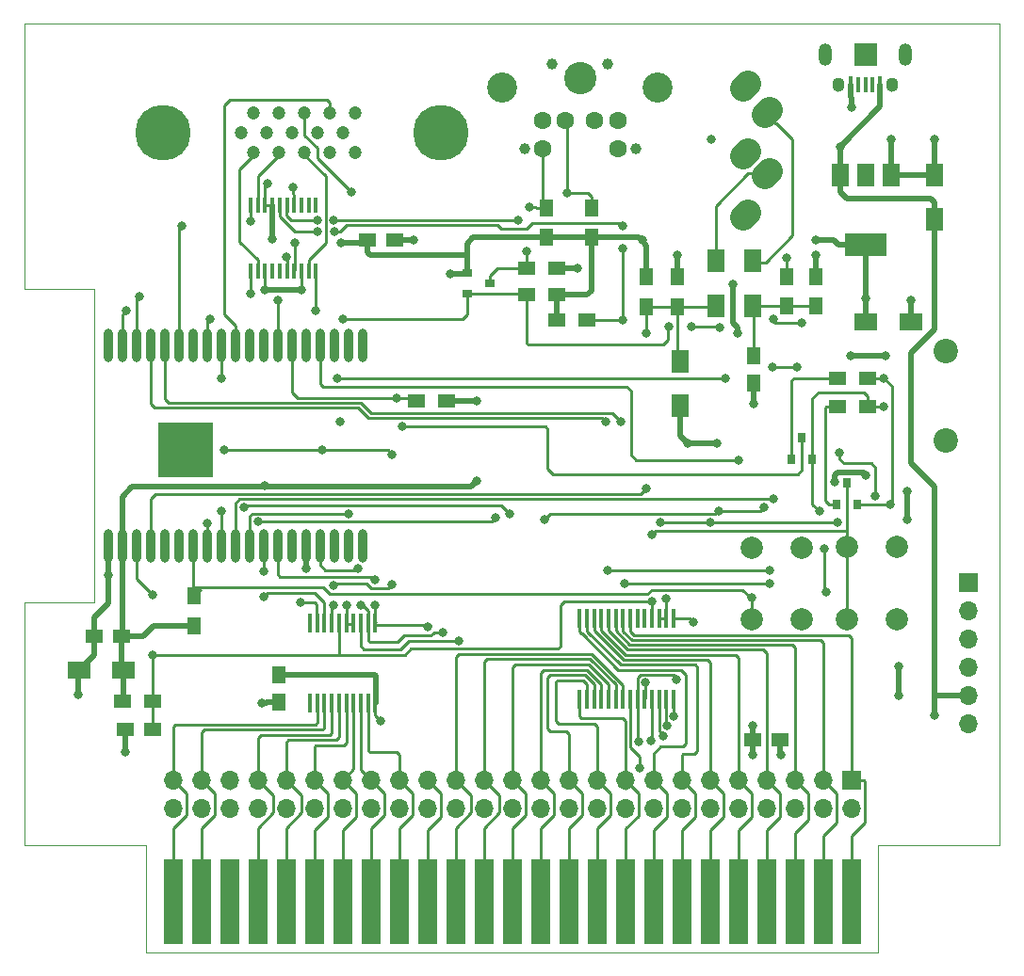
<source format=gbr>
G04 #@! TF.GenerationSoftware,KiCad,Pcbnew,(5.1.5)-3*
G04 #@! TF.CreationDate,2021-09-07T21:26:41+12:00*
G04 #@! TF.ProjectId,PocketTRS,506f636b-6574-4545-9253-2e6b69636164,rev?*
G04 #@! TF.SameCoordinates,Original*
G04 #@! TF.FileFunction,Copper,L1,Top*
G04 #@! TF.FilePolarity,Positive*
%FSLAX46Y46*%
G04 Gerber Fmt 4.6, Leading zero omitted, Abs format (unit mm)*
G04 Created by KiCad (PCBNEW (5.1.5)-3) date 2021-09-07 21:26:41*
%MOMM*%
%LPD*%
G04 APERTURE LIST*
%ADD10C,0.050000*%
%ADD11O,1.100000X1.300000*%
%ADD12R,0.400000X2.500000*%
%ADD13R,0.400000X1.350000*%
%ADD14O,1.200000X2.000000*%
%ADD15R,2.000000X2.000000*%
%ADD16R,1.778000X7.620000*%
%ADD17C,2.200000*%
%ADD18O,1.700000X1.700000*%
%ADD19R,1.700000X1.700000*%
%ADD20C,0.800000*%
%ADD21O,0.900000X3.000000*%
%ADD22R,5.000000X5.000000*%
%ADD23R,1.500000X2.000000*%
%ADD24R,3.800000X2.000000*%
%ADD25R,1.250000X1.500000*%
%ADD26R,1.600000X2.000000*%
%ADD27R,2.000000X1.600000*%
%ADD28R,1.500000X1.250000*%
%ADD29R,1.300000X1.500000*%
%ADD30R,1.500000X1.300000*%
%ADD31R,0.450000X1.750000*%
%ADD32R,0.450000X1.450000*%
%ADD33R,0.900000X0.800000*%
%ADD34R,0.800000X0.900000*%
%ADD35C,2.000000*%
%ADD36C,5.001260*%
%ADD37C,1.198880*%
%ADD38C,2.400000*%
%ADD39C,1.000000*%
%ADD40C,2.900000*%
%ADD41C,2.700000*%
%ADD42C,1.600000*%
%ADD43C,0.250000*%
%ADD44C,0.500000*%
G04 APERTURE END LIST*
D10*
X175260000Y-135890000D02*
X176022000Y-135890000D01*
X241808000Y-145542000D02*
X241300000Y-145542000D01*
X241808000Y-135890000D02*
X252730000Y-135890000D01*
X241808000Y-145542000D02*
X241808000Y-135890000D01*
X176022000Y-145542000D02*
X241300000Y-145542000D01*
X176022000Y-135890000D02*
X176022000Y-145542000D01*
X165100000Y-135890000D02*
X175260000Y-135890000D01*
X165100000Y-135890000D02*
X165100000Y-114046000D01*
X165100000Y-64770000D02*
X165100000Y-85852000D01*
X171323000Y-85852000D02*
X171323000Y-90805000D01*
X171323000Y-85852000D02*
X165100000Y-85852000D01*
X171323000Y-114046000D02*
X171323000Y-90805000D01*
X165100000Y-114046000D02*
X171323000Y-114046000D01*
X252730000Y-64770000D02*
X252730000Y-61976000D01*
X165100000Y-61976000D02*
X165100000Y-64770000D01*
X252730000Y-64770000D02*
X252730000Y-135890000D01*
X165100000Y-61976000D02*
X252730000Y-61976000D01*
D11*
X238240000Y-67520000D03*
X243090000Y-67520000D03*
D12*
X239365000Y-68021200D03*
D13*
X240015000Y-67445000D03*
X240665000Y-67445000D03*
X241315000Y-67445000D03*
D12*
X241965000Y-68021200D03*
D14*
X237090000Y-64770000D03*
D15*
X240665000Y-64770000D03*
D14*
X244240000Y-64770000D03*
D16*
X178435000Y-140970000D03*
X180975000Y-140970000D03*
X183515000Y-140970000D03*
X186055000Y-140970000D03*
X188595000Y-140970000D03*
X191135000Y-140970000D03*
X193675000Y-140970000D03*
X196215000Y-140970000D03*
X198755000Y-140970000D03*
X201295000Y-140970000D03*
X203835000Y-140970000D03*
X206375000Y-140970000D03*
X208915000Y-140970000D03*
X211455000Y-140970000D03*
X213995000Y-140970000D03*
X216535000Y-140970000D03*
X219075000Y-140970000D03*
X221615000Y-140970000D03*
X224155000Y-140970000D03*
X226695000Y-140970000D03*
X229235000Y-140970000D03*
X231775000Y-140970000D03*
X234315000Y-140970000D03*
X236855000Y-140970000D03*
X239395000Y-140970000D03*
D17*
X247904000Y-91440000D03*
X247904000Y-99441000D03*
D18*
X178435000Y-132588000D03*
X178435000Y-130048000D03*
X180975000Y-132588000D03*
X180975000Y-130048000D03*
X183515000Y-132588000D03*
X183515000Y-130048000D03*
X186055000Y-132588000D03*
X186055000Y-130048000D03*
X188595000Y-132588000D03*
X188595000Y-130048000D03*
X191135000Y-132588000D03*
X191135000Y-130048000D03*
X193675000Y-132588000D03*
X193675000Y-130048000D03*
X196215000Y-132588000D03*
X196215000Y-130048000D03*
X198755000Y-132588000D03*
X198755000Y-130048000D03*
X201295000Y-132588000D03*
X201295000Y-130048000D03*
X203835000Y-132588000D03*
X203835000Y-130048000D03*
X206375000Y-132588000D03*
X206375000Y-130048000D03*
X208915000Y-132588000D03*
X208915000Y-130048000D03*
X211455000Y-132588000D03*
X211455000Y-130048000D03*
X213995000Y-132588000D03*
X213995000Y-130048000D03*
X216535000Y-132588000D03*
X216535000Y-130048000D03*
X219075000Y-132588000D03*
X219075000Y-130048000D03*
X221615000Y-132588000D03*
X221615000Y-130048000D03*
X224155000Y-132588000D03*
X224155000Y-130048000D03*
X226695000Y-132588000D03*
X226695000Y-130048000D03*
X229235000Y-132588000D03*
X229235000Y-130048000D03*
X231775000Y-132588000D03*
X231775000Y-130048000D03*
X234315000Y-132588000D03*
X234315000Y-130048000D03*
X236855000Y-132588000D03*
X236855000Y-130048000D03*
X239395000Y-132588000D03*
D19*
X239395000Y-130048000D03*
D20*
X177524000Y-98349000D03*
X178524000Y-98349000D03*
X179524000Y-98349000D03*
X180524000Y-98349000D03*
X181524000Y-98349000D03*
X177524000Y-100349000D03*
X178524000Y-100349000D03*
X179524000Y-100349000D03*
X180524000Y-100349000D03*
X181524000Y-100349000D03*
X181524000Y-99349000D03*
X180524000Y-99349000D03*
X179524000Y-99349000D03*
X178524000Y-99349000D03*
X177524000Y-99349000D03*
X177524000Y-101349000D03*
X178524000Y-101349000D03*
X179524000Y-101349000D03*
X180524000Y-101349000D03*
X181524000Y-101349000D03*
X181524000Y-102349000D03*
X180524000Y-102349000D03*
X179524000Y-102349000D03*
X178524000Y-102349000D03*
D21*
X172614000Y-90919000D03*
X173884000Y-90919000D03*
X175154000Y-90919000D03*
X176424000Y-90919000D03*
X177694000Y-90919000D03*
X178964000Y-90919000D03*
X180234000Y-90919000D03*
X181504000Y-90919000D03*
X182774000Y-90919000D03*
X184044000Y-90919000D03*
X185314000Y-90919000D03*
X186584000Y-90919000D03*
X187854000Y-90919000D03*
X189124000Y-90919000D03*
X190424000Y-90949000D03*
X191694000Y-90949000D03*
X192964000Y-90949000D03*
X194234000Y-90949000D03*
X195504000Y-90949000D03*
X195504000Y-108949000D03*
X194234000Y-108949000D03*
X192964000Y-108949000D03*
X191694000Y-108949000D03*
X190424000Y-108949000D03*
X189124000Y-108949000D03*
X187854000Y-108949000D03*
X186584000Y-108949000D03*
X185314000Y-108949000D03*
X184044000Y-108949000D03*
X182774000Y-108949000D03*
X181504000Y-108949000D03*
X180234000Y-108949000D03*
X178964000Y-108949000D03*
X177694000Y-108949000D03*
X176424000Y-108949000D03*
X175154000Y-108949000D03*
X173884000Y-108949000D03*
X172614000Y-108949000D03*
D22*
X179534000Y-100349000D03*
D20*
X177524000Y-102349000D03*
D18*
X249936000Y-124968000D03*
X249936000Y-122428000D03*
X249936000Y-119888000D03*
X249936000Y-117348000D03*
X249936000Y-114808000D03*
D19*
X249936000Y-112268000D03*
D23*
X242965000Y-75590000D03*
X238365000Y-75590000D03*
X240665000Y-75590000D03*
D24*
X240665000Y-81890000D03*
D25*
X230632000Y-91841000D03*
X230632000Y-94341000D03*
D26*
X246888000Y-79597000D03*
X246888000Y-75597000D03*
D27*
X244729000Y-88773000D03*
X240729000Y-88773000D03*
D25*
X187960000Y-120543000D03*
X187960000Y-123043000D03*
D28*
X233025000Y-126365000D03*
X230525000Y-126365000D03*
X195874000Y-81407000D03*
X198374000Y-81407000D03*
X171343000Y-117094000D03*
X173843000Y-117094000D03*
X174137000Y-125476000D03*
X176637000Y-125476000D03*
D29*
X211963000Y-78533000D03*
X211963000Y-81233000D03*
X216027000Y-81233000D03*
X216027000Y-78533000D03*
X220980000Y-87456000D03*
X220980000Y-84756000D03*
X223774000Y-87456000D03*
X223774000Y-84756000D03*
X233553000Y-87409000D03*
X233553000Y-84756000D03*
X236220000Y-84709000D03*
X236220000Y-87409000D03*
D30*
X210232000Y-86360000D03*
X212932000Y-86360000D03*
X212932000Y-83947000D03*
X210232000Y-83947000D03*
X200326000Y-95885000D03*
X203026000Y-95885000D03*
X176610000Y-122936000D03*
X173910000Y-122936000D03*
X238172000Y-93853000D03*
X240872000Y-93853000D03*
X238172000Y-96393000D03*
X240872000Y-96393000D03*
D29*
X180340000Y-113458000D03*
X180340000Y-116158000D03*
D31*
X214977000Y-115526000D03*
X215627000Y-115526000D03*
X216277000Y-115526000D03*
X216927000Y-115526000D03*
X217577000Y-115526000D03*
X218227000Y-115526000D03*
X218877000Y-115526000D03*
X219527000Y-115526000D03*
X220177000Y-115526000D03*
X220827000Y-115526000D03*
X221477000Y-115526000D03*
X222127000Y-115526000D03*
X222777000Y-115526000D03*
X223427000Y-115526000D03*
X223427000Y-122726000D03*
X222777000Y-122726000D03*
X222127000Y-122726000D03*
X221477000Y-122726000D03*
X220827000Y-122726000D03*
X220177000Y-122726000D03*
X219527000Y-122726000D03*
X218877000Y-122726000D03*
X218227000Y-122726000D03*
X217577000Y-122726000D03*
X216927000Y-122726000D03*
X216277000Y-122726000D03*
X215627000Y-122726000D03*
X214977000Y-122726000D03*
D32*
X191266000Y-84230000D03*
X190616000Y-84230000D03*
X189966000Y-84230000D03*
X189316000Y-84230000D03*
X188666000Y-84230000D03*
X188016000Y-84230000D03*
X187366000Y-84230000D03*
X186716000Y-84230000D03*
X186066000Y-84230000D03*
X185416000Y-84230000D03*
X185416000Y-78330000D03*
X186066000Y-78330000D03*
X186716000Y-78330000D03*
X187366000Y-78330000D03*
X188016000Y-78330000D03*
X188666000Y-78330000D03*
X189316000Y-78330000D03*
X189966000Y-78330000D03*
X190616000Y-78330000D03*
X191266000Y-78330000D03*
D33*
X206867000Y-85344000D03*
X204867000Y-86294000D03*
X204867000Y-84394000D03*
D34*
X234000000Y-101203000D03*
X235900000Y-101203000D03*
X234950000Y-99203000D03*
X239014000Y-103267000D03*
X239964000Y-105267000D03*
X238064000Y-105267000D03*
D31*
X196600000Y-123107000D03*
X195950000Y-123107000D03*
X195300000Y-123107000D03*
X194650000Y-123107000D03*
X194000000Y-123107000D03*
X193350000Y-123107000D03*
X192700000Y-123107000D03*
X192050000Y-123107000D03*
X191400000Y-123107000D03*
X190750000Y-123107000D03*
X190750000Y-115907000D03*
X191400000Y-115907000D03*
X192050000Y-115907000D03*
X192700000Y-115907000D03*
X193350000Y-115907000D03*
X194000000Y-115907000D03*
X194650000Y-115907000D03*
X195300000Y-115907000D03*
X195950000Y-115907000D03*
X196600000Y-115907000D03*
D27*
X169958000Y-120142000D03*
X173958000Y-120142000D03*
D35*
X230450000Y-109093000D03*
X234950000Y-109093000D03*
X230450000Y-115593000D03*
X234950000Y-115593000D03*
X239014000Y-109070000D03*
X243514000Y-109070000D03*
X239014000Y-115570000D03*
X243514000Y-115570000D03*
D26*
X227203000Y-83344000D03*
X227203000Y-87344000D03*
X230505000Y-87344000D03*
X230505000Y-83344000D03*
X224028000Y-96361000D03*
X224028000Y-92361000D03*
D36*
X177497740Y-71813420D03*
D37*
X190258700Y-73532400D03*
X187972700Y-73532400D03*
X185681620Y-73532400D03*
X192552320Y-73532400D03*
X194840860Y-73532400D03*
X191427100Y-71767700D03*
X189128400Y-71767700D03*
X186829700Y-71767700D03*
X184536080Y-71767700D03*
D36*
X202486260Y-71813420D03*
D37*
X193700400Y-71767700D03*
X185681620Y-69976400D03*
X187972700Y-69976400D03*
X190261240Y-69976400D03*
X192552320Y-69976400D03*
X194843400Y-69976400D03*
D38*
X229657868Y-67776132D02*
X230082132Y-67351868D01*
X231657868Y-70176132D02*
X232082132Y-69751868D01*
X231657868Y-75676132D02*
X232082132Y-75251868D01*
X229657868Y-79376132D02*
X230082132Y-78951868D01*
X229657868Y-73876132D02*
X230082132Y-73451868D01*
D39*
X212511000Y-65603000D03*
X217511000Y-65603000D03*
D40*
X215011000Y-66903000D03*
D41*
X208011000Y-67703000D03*
X222011000Y-67703000D03*
D39*
X210011000Y-73203000D03*
X220011000Y-73203000D03*
D42*
X213711000Y-70703000D03*
X216311000Y-70703000D03*
X211611000Y-70703000D03*
X218411000Y-70703000D03*
X211611000Y-73203000D03*
X218411000Y-73203000D03*
D30*
X215662500Y-88646000D03*
X212962500Y-88646000D03*
D20*
X226822000Y-72390000D03*
X220980000Y-89789000D03*
X220980000Y-103759000D03*
X237934500Y-103187500D03*
X244729000Y-86868000D03*
X246888000Y-72390000D03*
X242965000Y-72404000D03*
X236220000Y-82804000D03*
X223774000Y-82804000D03*
X222777000Y-113696700D03*
X194000000Y-114330600D03*
X186715400Y-85902800D03*
X189966000Y-85902200D03*
X186944000Y-76327000D03*
X200088500Y-81407000D03*
X224663000Y-99695000D03*
X239395000Y-69469000D03*
X233045000Y-127762000D03*
X187340999Y-81391001D03*
X172614000Y-111612000D03*
X186436000Y-123063000D03*
X190373000Y-111000000D03*
X227330000Y-99695000D03*
X230632000Y-96139000D03*
X189865000Y-114046000D03*
X169926000Y-122301000D03*
X174117000Y-127508000D03*
X243649500Y-119824500D03*
X243649500Y-122428000D03*
X229171500Y-89852500D03*
X228790500Y-85407500D03*
X239331500Y-91884500D03*
X242443000Y-91884500D03*
X244411500Y-106616500D03*
X244411500Y-104076500D03*
X240728500Y-102616000D03*
X220853000Y-121221500D03*
X238379000Y-73025000D03*
X214757000Y-83947000D03*
X220252000Y-126588074D03*
X197104000Y-124736000D03*
X230505000Y-127762000D03*
X230505000Y-125095000D03*
X246888000Y-124206000D03*
X225171000Y-115824000D03*
X223710500Y-120967500D03*
X236220000Y-81407000D03*
X220599000Y-81407000D03*
X189357000Y-81661000D03*
X193548000Y-81661000D03*
X203327000Y-84455000D03*
X205740000Y-103124000D03*
X205740000Y-95885000D03*
X240729000Y-86678000D03*
X186690000Y-103577951D03*
X220345000Y-128905000D03*
X213868000Y-77216000D03*
X186055000Y-106770000D03*
X181483000Y-106934000D03*
X207391000Y-106426000D03*
X210439000Y-78486000D03*
X184785000Y-105477961D03*
X182753000Y-105791000D03*
X208661000Y-106045000D03*
X194437000Y-77089000D03*
X194183000Y-106045000D03*
X232092500Y-112331500D03*
X218694000Y-97790000D03*
X219011500Y-112331500D03*
X232092500Y-111188500D03*
X217297000Y-97790000D03*
X217487500Y-111188500D03*
X221488000Y-113919000D03*
X221488000Y-107950000D03*
X176593500Y-113347500D03*
X176610000Y-118745000D03*
X198501000Y-95631000D03*
X199009000Y-98203010D03*
X230450000Y-113656500D03*
X181737000Y-88519000D03*
X193712000Y-88519000D03*
X234950000Y-88900000D03*
X232358681Y-88555753D03*
X227584000Y-89281000D03*
X222960922Y-89265816D03*
X225028816Y-89265816D03*
X188632000Y-82931000D03*
X223427000Y-124299000D03*
X210232000Y-82439500D03*
X204089000Y-117500980D03*
X175387000Y-86487000D03*
X185420000Y-86233000D03*
X185420000Y-79756000D03*
X179197000Y-80137000D03*
X191262000Y-87757000D03*
X174244000Y-87757000D03*
X233553000Y-83058000D03*
X232432039Y-104752961D03*
X222864178Y-125125580D03*
X202692000Y-116750000D03*
X191389000Y-80655005D03*
X192902995Y-80655005D03*
X218821000Y-80137000D03*
X218821000Y-82169000D03*
X218821000Y-88646000D03*
X222250000Y-106827991D03*
X226752990Y-106864990D03*
X195072000Y-111000001D03*
X195326000Y-114300000D03*
X238125000Y-106864991D03*
X222477272Y-126047701D03*
X201361368Y-116265033D03*
X211788500Y-106632500D03*
X191389000Y-79655002D03*
X192876000Y-79629000D03*
X209423000Y-79629000D03*
X227477990Y-105811990D03*
X196596000Y-112014000D03*
X196596000Y-114300000D03*
X231584500Y-105477961D03*
X232346500Y-92837000D03*
X234505500Y-92837000D03*
X186563000Y-113538000D03*
X186563000Y-111252000D03*
X242316000Y-96393000D03*
X236537500Y-105854500D03*
X237172500Y-113093500D03*
X236982000Y-109220000D03*
X242316000Y-93853000D03*
X242855750Y-105251250D03*
X189230000Y-76708000D03*
X187833000Y-86868000D03*
X238315500Y-100584000D03*
X241554000Y-104457500D03*
X229298500Y-101219000D03*
X182753000Y-93853000D03*
X183007000Y-100330000D03*
X198120000Y-100711000D03*
X198120000Y-112395000D03*
X192843062Y-112513112D03*
X192843062Y-114300000D03*
X221364840Y-126526260D03*
X228092000Y-93853000D03*
X193484500Y-97790000D03*
X193230500Y-93853000D03*
X191833500Y-100330000D03*
D43*
X220980000Y-87456000D02*
X223774000Y-87456000D01*
X226551000Y-87456000D02*
X226568000Y-87439000D01*
X223774000Y-87456000D02*
X226551000Y-87456000D01*
X220980000Y-89789000D02*
X220980000Y-87456000D01*
X223774000Y-91726000D02*
X224028000Y-91980000D01*
X223774000Y-87456000D02*
X223774000Y-91726000D01*
X176424000Y-104754000D02*
X176424000Y-108949000D01*
X220980000Y-103759000D02*
X220436049Y-104302951D01*
X176875049Y-104302951D02*
X176424000Y-104754000D01*
X220436049Y-104302951D02*
X176875049Y-104302951D01*
X235320000Y-87409000D02*
X233553000Y-87409000D01*
X236220000Y-87409000D02*
X235320000Y-87409000D01*
X230662000Y-87409000D02*
X230632000Y-87439000D01*
X233553000Y-87409000D02*
X230662000Y-87409000D01*
X230632000Y-88689000D02*
X230632000Y-91841000D01*
X230632000Y-87439000D02*
X230632000Y-88689000D01*
D44*
X246881000Y-75590000D02*
X246888000Y-75597000D01*
X242965000Y-75590000D02*
X246881000Y-75590000D01*
X246888000Y-75597000D02*
X246888000Y-74097000D01*
X246888000Y-74097000D02*
X246888000Y-73406000D01*
X244729000Y-88773000D02*
X244729000Y-87473000D01*
X244729000Y-87473000D02*
X244729000Y-86868000D01*
X242965000Y-74090000D02*
X242951000Y-74076000D01*
X242965000Y-75590000D02*
X242965000Y-74090000D01*
X246888000Y-73406000D02*
X246888000Y-72390000D01*
X242965000Y-74090000D02*
X242965000Y-72404000D01*
X236220000Y-84709000D02*
X236220000Y-82804000D01*
X223774000Y-84756000D02*
X223774000Y-83506000D01*
X223774000Y-83506000D02*
X223774000Y-82804000D01*
D43*
X194000000Y-116034000D02*
X194650000Y-116034000D01*
X194000000Y-116034000D02*
X194000000Y-114330600D01*
X186716000Y-85205000D02*
X186715400Y-85205600D01*
X186716000Y-84230000D02*
X186716000Y-85205000D01*
X186715400Y-85205600D02*
X186715400Y-85902800D01*
X189966000Y-84230000D02*
X189966000Y-85902200D01*
X186716000Y-78330000D02*
X187366000Y-78330000D01*
X186716000Y-77355000D02*
X186715400Y-77354400D01*
X186716000Y-78330000D02*
X186716000Y-77355000D01*
X186715400Y-77354400D02*
X186715400Y-76669900D01*
X186715400Y-76669900D02*
X186715400Y-76555600D01*
X186715400Y-76555600D02*
X186944000Y-76327000D01*
D44*
X198374000Y-81407000D02*
X200088500Y-81407000D01*
X187340999Y-81428814D02*
X187340999Y-81391001D01*
X225171000Y-99695000D02*
X227272315Y-99695000D01*
X239365000Y-68620000D02*
X239395000Y-68650000D01*
X239365000Y-67445000D02*
X239365000Y-68620000D01*
X239395000Y-68650000D02*
X239395000Y-69469000D01*
X225298000Y-99695000D02*
X224732315Y-99695000D01*
X224028000Y-99060000D02*
X224663000Y-99695000D01*
X224028000Y-95980000D02*
X224028000Y-99060000D01*
X233025000Y-127490000D02*
X233045000Y-127510000D01*
X233025000Y-126365000D02*
X233025000Y-127490000D01*
X233045000Y-127510000D02*
X233045000Y-127762000D01*
X187340999Y-81391001D02*
X187340999Y-78330000D01*
X172614000Y-108949000D02*
X172614000Y-111612000D01*
X186835000Y-123043000D02*
X186815000Y-123063000D01*
X187960000Y-123043000D02*
X186835000Y-123043000D01*
X186815000Y-123063000D02*
X186436000Y-123063000D01*
X190424000Y-110949000D02*
X190373000Y-111000000D01*
X190424000Y-108949000D02*
X190424000Y-110949000D01*
X230632000Y-94341000D02*
X230632000Y-96139000D01*
D43*
X190881000Y-114046000D02*
X189865000Y-114046000D01*
X191333000Y-116288000D02*
X191333000Y-114584600D01*
X191333000Y-114244000D02*
X191333000Y-114584600D01*
X190881000Y-114046000D02*
X191135000Y-114046000D01*
X191135000Y-114046000D02*
X191333000Y-114244000D01*
D44*
X189965400Y-85902800D02*
X189966000Y-85902200D01*
X186715400Y-85902800D02*
X189965400Y-85902800D01*
X172614000Y-111612000D02*
X172614000Y-114152000D01*
X171343000Y-115423000D02*
X171343000Y-117094000D01*
X172614000Y-114152000D02*
X171343000Y-115423000D01*
X171343000Y-118757000D02*
X169958000Y-120142000D01*
X171343000Y-117094000D02*
X171343000Y-118757000D01*
X169926000Y-120174000D02*
X169958000Y-120142000D01*
X169926000Y-122301000D02*
X169926000Y-120174000D01*
X174117000Y-125496000D02*
X174137000Y-125476000D01*
X174117000Y-127508000D02*
X174117000Y-125496000D01*
X243649500Y-119824500D02*
X243649500Y-122428000D01*
X229171500Y-89286815D02*
X228790500Y-88905815D01*
X229171500Y-89852500D02*
X229171500Y-89286815D01*
X228790500Y-88905815D02*
X228790500Y-85407500D01*
X239331500Y-91884500D02*
X242443000Y-91884500D01*
X244411500Y-106616500D02*
X244411500Y-106050815D01*
X244411500Y-106050815D02*
X244411500Y-104076500D01*
X238189316Y-102366999D02*
X240479499Y-102366999D01*
X237934500Y-103187500D02*
X237934500Y-102621815D01*
X237934500Y-102621815D02*
X238189316Y-102366999D01*
X240479499Y-102366999D02*
X240728500Y-102616000D01*
D43*
X222127000Y-115526000D02*
X222777000Y-115526000D01*
X222777000Y-115526000D02*
X222777000Y-113696700D01*
X220853000Y-122700000D02*
X220827000Y-122726000D01*
X220853000Y-121158000D02*
X220853000Y-122700000D01*
D44*
X212932000Y-83947000D02*
X214757000Y-83947000D01*
D43*
X220177000Y-126596500D02*
X220185426Y-126588074D01*
X220177000Y-122726000D02*
X220177000Y-126596500D01*
X220185426Y-126588074D02*
X220252000Y-126588074D01*
X238461200Y-73025000D02*
X238379000Y-73025000D01*
X196600000Y-124232000D02*
X197104000Y-124736000D01*
X196600000Y-123107000D02*
X196600000Y-124232000D01*
D44*
X246888000Y-81915000D02*
X246888000Y-84709000D01*
X238379000Y-75576000D02*
X238365000Y-75590000D01*
X238379000Y-73025000D02*
X238379000Y-75576000D01*
X241965000Y-69439000D02*
X238379000Y-73025000D01*
X241965000Y-67445000D02*
X241965000Y-69439000D01*
X246888000Y-81915000D02*
X246888000Y-79597000D01*
X246888000Y-78097000D02*
X246888000Y-79597000D01*
X238999000Y-77724000D02*
X246515000Y-77724000D01*
X238365000Y-77090000D02*
X238999000Y-77724000D01*
X246515000Y-77724000D02*
X246888000Y-78097000D01*
X238365000Y-75590000D02*
X238365000Y-77090000D01*
X230505000Y-126385000D02*
X230525000Y-126365000D01*
X230505000Y-127762000D02*
X230505000Y-126385000D01*
X230505000Y-126345000D02*
X230525000Y-126365000D01*
X230505000Y-125095000D02*
X230505000Y-126345000D01*
X196625001Y-121871999D02*
X196625001Y-123107000D01*
X190867000Y-120543000D02*
X190887000Y-120523000D01*
X190887000Y-120523000D02*
X196469000Y-120523000D01*
X187960000Y-120543000D02*
X190867000Y-120543000D01*
X196469000Y-120523000D02*
X196625001Y-120679001D01*
X196625001Y-120679001D02*
X196625001Y-121871999D01*
X249936000Y-122428000D02*
X248733919Y-122428000D01*
X248733919Y-122428000D02*
X246888000Y-122428000D01*
X246888000Y-124206000D02*
X246888000Y-122428000D01*
X244729000Y-91630500D02*
X246888000Y-89471500D01*
X246888000Y-84709000D02*
X246888000Y-89471500D01*
X246888000Y-103632000D02*
X244729000Y-101473000D01*
X246888000Y-122428000D02*
X246888000Y-103632000D01*
X244729000Y-101473000D02*
X244729000Y-91630500D01*
D43*
X223427000Y-115526000D02*
X224873000Y-115526000D01*
X224873000Y-115526000D02*
X225171000Y-115824000D01*
X223710500Y-120840500D02*
X223437079Y-120567079D01*
X223710500Y-120967500D02*
X223710500Y-120840500D01*
X223437079Y-120567079D02*
X220427921Y-120567079D01*
X220177000Y-120818000D02*
X220177000Y-122726000D01*
X220427921Y-120567079D02*
X220177000Y-120818000D01*
D44*
X211963000Y-81233000D02*
X216027000Y-81233000D01*
X240729000Y-81954000D02*
X240665000Y-81890000D01*
X216027000Y-81233000D02*
X220298000Y-81233000D01*
X220980000Y-81915000D02*
X220980000Y-84756000D01*
X220298000Y-81233000D02*
X220980000Y-81915000D01*
X238265000Y-81890000D02*
X237782000Y-81407000D01*
X240665000Y-81890000D02*
X238265000Y-81890000D01*
X237782000Y-81407000D02*
X236220000Y-81407000D01*
X216027000Y-81233000D02*
X216027000Y-85979000D01*
X215646000Y-86360000D02*
X212932000Y-86360000D01*
X216027000Y-85979000D02*
X215646000Y-86360000D01*
D43*
X189293500Y-84207500D02*
X189316000Y-84230000D01*
D44*
X211963000Y-81233000D02*
X205406000Y-81233000D01*
X196146000Y-82804000D02*
X204851000Y-82804000D01*
X195874000Y-81407000D02*
X195874000Y-82532000D01*
X195874000Y-82532000D02*
X196146000Y-82804000D01*
X204867000Y-82820000D02*
X204851000Y-82804000D01*
X204867000Y-84394000D02*
X204867000Y-82820000D01*
X204867000Y-81772000D02*
X205406000Y-81233000D01*
X204867000Y-82820000D02*
X204867000Y-81772000D01*
X195620000Y-81661000D02*
X195874000Y-81407000D01*
X193548000Y-81661000D02*
X195620000Y-81661000D01*
D43*
X189357000Y-84189000D02*
X189316000Y-84230000D01*
X189357000Y-81661000D02*
X189357000Y-84189000D01*
D44*
X173884000Y-110001806D02*
X173863000Y-110022806D01*
X173884000Y-108949000D02*
X173884000Y-110001806D01*
X203073000Y-95584000D02*
X203026000Y-95631000D01*
X203073000Y-95838000D02*
X203026000Y-95885000D01*
X204806000Y-84455000D02*
X204867000Y-84394000D01*
X203327000Y-84455000D02*
X204806000Y-84455000D01*
X173884000Y-106949000D02*
X173863000Y-106928000D01*
X173884000Y-108949000D02*
X173884000Y-106949000D01*
X173863000Y-106928000D02*
X173863000Y-104521000D01*
X173863000Y-104521000D02*
X174752000Y-103632000D01*
X174752000Y-103632000D02*
X182499000Y-103632000D01*
X182499000Y-103632000D02*
X201422000Y-103632000D01*
X201422000Y-103632000D02*
X201549000Y-103632000D01*
X201549000Y-103632000D02*
X205232000Y-103632000D01*
X205232000Y-103632000D02*
X205740000Y-103124000D01*
X205740000Y-95885000D02*
X203026000Y-95885000D01*
X180260000Y-116078000D02*
X180340000Y-116158000D01*
X173958000Y-122888000D02*
X173910000Y-122936000D01*
X173958000Y-120142000D02*
X173958000Y-122888000D01*
X173843000Y-120027000D02*
X173958000Y-120142000D01*
X173843000Y-117094000D02*
X173843000Y-120027000D01*
X173884000Y-117053000D02*
X173843000Y-117094000D01*
X173884000Y-108949000D02*
X173884000Y-117053000D01*
X173843000Y-117094000D02*
X175768000Y-117094000D01*
X176704000Y-116158000D02*
X180340000Y-116158000D01*
X175768000Y-117094000D02*
X176704000Y-116158000D01*
X240729000Y-88773000D02*
X240729000Y-86678000D01*
X240729000Y-86678000D02*
X240729000Y-81954000D01*
X212932000Y-88615500D02*
X212962500Y-88646000D01*
X212932000Y-86360000D02*
X212932000Y-88615500D01*
D43*
X178435000Y-125222000D02*
X178435000Y-130048000D01*
X191400000Y-123107000D02*
X191400000Y-124830000D01*
X178631010Y-125025990D02*
X178435000Y-125222000D01*
X191204010Y-125025990D02*
X178631010Y-125025990D01*
X191400000Y-124830000D02*
X191204010Y-125025990D01*
X179610001Y-133152001D02*
X179610001Y-131223001D01*
X179610001Y-131223001D02*
X178435000Y-130048000D01*
X178435000Y-140970000D02*
X178435000Y-134327002D01*
X178435000Y-134327002D02*
X179610001Y-133152001D01*
X180975000Y-125730000D02*
X180975000Y-130048000D01*
X181229000Y-125476000D02*
X180975000Y-125730000D01*
X191897000Y-125476000D02*
X181229000Y-125476000D01*
X192050000Y-123107000D02*
X192050000Y-125323000D01*
X192050000Y-125323000D02*
X191897000Y-125476000D01*
X182150001Y-133152001D02*
X182150001Y-131223001D01*
X182150001Y-131223001D02*
X180975000Y-130048000D01*
X180975000Y-140970000D02*
X180975000Y-134327002D01*
X180975000Y-134327002D02*
X182150001Y-133152001D01*
X186309000Y-125984000D02*
X186055000Y-126238000D01*
X192532000Y-125984000D02*
X186309000Y-125984000D01*
X186055000Y-126238000D02*
X186055000Y-130048000D01*
X192700000Y-123107000D02*
X192700000Y-125816000D01*
X192700000Y-125816000D02*
X192532000Y-125984000D01*
X187419999Y-131412999D02*
X186055000Y-130048000D01*
X187419999Y-132962003D02*
X187419999Y-131412999D01*
X186055000Y-140970000D02*
X186055000Y-134327002D01*
X186055000Y-134327002D02*
X187419999Y-132962003D01*
X188595000Y-127000000D02*
X188595000Y-130048000D01*
X188779990Y-126434010D02*
X188595000Y-126619000D01*
X193350000Y-126182000D02*
X193097990Y-126434010D01*
X193350000Y-123107000D02*
X193350000Y-126182000D01*
X193097990Y-126434010D02*
X188779990Y-126434010D01*
X188595000Y-126619000D02*
X188595000Y-127000000D01*
X189959999Y-131412999D02*
X188595000Y-130048000D01*
X189959999Y-132962003D02*
X189959999Y-131412999D01*
X188595000Y-140970000D02*
X188595000Y-134327002D01*
X188595000Y-134327002D02*
X189959999Y-132962003D01*
X194000000Y-126675000D02*
X194000000Y-123107000D01*
X193790980Y-126884020D02*
X194000000Y-126675000D01*
X191135000Y-130048000D02*
X191135000Y-127000000D01*
X191250980Y-126884020D02*
X193790980Y-126884020D01*
X191135000Y-127000000D02*
X191250980Y-126884020D01*
X192310001Y-131223001D02*
X192310001Y-133317999D01*
X191135000Y-130048000D02*
X192310001Y-131223001D01*
X191135000Y-134493000D02*
X191135000Y-140970000D01*
X192310001Y-133317999D02*
X191135000Y-134493000D01*
X194650000Y-129073000D02*
X193675000Y-130048000D01*
X194650000Y-123107000D02*
X194650000Y-129073000D01*
X194850001Y-131223001D02*
X194850001Y-133317999D01*
X193675000Y-130048000D02*
X194850001Y-131223001D01*
X193675000Y-134493000D02*
X193675000Y-140970000D01*
X194850001Y-133317999D02*
X193675000Y-134493000D01*
X195300000Y-129133000D02*
X196215000Y-130048000D01*
X195300000Y-123107000D02*
X195300000Y-129133000D01*
X197390001Y-131223001D02*
X196215000Y-130048000D01*
X197390001Y-133152001D02*
X197390001Y-131223001D01*
X196215000Y-140970000D02*
X196215000Y-134327002D01*
X196215000Y-134327002D02*
X197390001Y-133152001D01*
X198755000Y-130048000D02*
X198755000Y-127762000D01*
X198755000Y-127762000D02*
X198501000Y-127508000D01*
X196088000Y-127508000D02*
X196469000Y-127508000D01*
X195950000Y-127370000D02*
X196088000Y-127508000D01*
X195950000Y-123107000D02*
X195950000Y-127370000D01*
X198501000Y-127508000D02*
X196469000Y-127508000D01*
X196469000Y-127508000D02*
X196320000Y-127508000D01*
X199930001Y-131223001D02*
X198755000Y-130048000D01*
X199930001Y-133152001D02*
X199930001Y-131223001D01*
X198755000Y-140970000D02*
X198755000Y-134327002D01*
X198755000Y-134327002D02*
X199930001Y-133152001D01*
X219527000Y-127071000D02*
X219527000Y-122726000D01*
X220345000Y-127889000D02*
X219527000Y-127071000D01*
X202470001Y-131223001D02*
X202470001Y-133317999D01*
X201295000Y-130048000D02*
X202470001Y-131223001D01*
X201295000Y-134493000D02*
X201295000Y-140970000D01*
X202470001Y-133317999D02*
X201295000Y-134493000D01*
X220345000Y-127889000D02*
X220345000Y-128905000D01*
X204089001Y-118675989D02*
X216092040Y-118675990D01*
X218877000Y-121460950D02*
X218877000Y-122726000D01*
X216092040Y-118675990D02*
X218877000Y-121460950D01*
X203835000Y-130048000D02*
X203835000Y-118929990D01*
X203835000Y-118929990D02*
X204089001Y-118675989D01*
X205199999Y-131412999D02*
X203835000Y-130048000D01*
X205199999Y-132962003D02*
X205199999Y-131412999D01*
X203835000Y-140970000D02*
X203835000Y-134327002D01*
X203835000Y-134327002D02*
X205199999Y-132962003D01*
X218227000Y-121447360D02*
X215905640Y-119126000D01*
X218227000Y-122726000D02*
X218227000Y-121447360D01*
X215905640Y-119126000D02*
X206629000Y-119126000D01*
X206375000Y-119380000D02*
X206375000Y-130048000D01*
X206629000Y-119126000D02*
X206375000Y-119380000D01*
X207739999Y-131412999D02*
X206375000Y-130048000D01*
X206375000Y-140970000D02*
X206375000Y-134327002D01*
X207739999Y-132962003D02*
X207739999Y-131412999D01*
X206375000Y-134327002D02*
X207739999Y-132962003D01*
X217577000Y-121433770D02*
X215777230Y-119634000D01*
X217577000Y-122726000D02*
X217577000Y-121433770D01*
X215777230Y-119634000D02*
X209169000Y-119634000D01*
X208915000Y-119888000D02*
X208915000Y-130048000D01*
X209169000Y-119634000D02*
X208915000Y-119888000D01*
X210090001Y-131223001D02*
X208915000Y-130048000D01*
X210090001Y-133152001D02*
X210090001Y-131223001D01*
X208915000Y-140970000D02*
X208915000Y-134327002D01*
X208915000Y-134327002D02*
X210090001Y-133152001D01*
X216927000Y-122726000D02*
X216927000Y-121420180D01*
X216927000Y-121420180D02*
X215637800Y-120130980D01*
X215637800Y-120130980D02*
X211720020Y-120130980D01*
X211455000Y-120396000D02*
X211455000Y-130048000D01*
X211720020Y-120130980D02*
X211455000Y-120396000D01*
X212630001Y-131223001D02*
X211455000Y-130048000D01*
X212630001Y-133152001D02*
X212630001Y-131223001D01*
X211455000Y-140970000D02*
X211455000Y-134327002D01*
X211455000Y-134327002D02*
X212630001Y-133152001D01*
X212344000Y-125603000D02*
X213741000Y-125603000D01*
X216277000Y-121406590D02*
X215451400Y-120580990D01*
X213995000Y-125857000D02*
X213995000Y-130048000D01*
X213741000Y-125603000D02*
X213995000Y-125857000D01*
X216277000Y-122726000D02*
X216277000Y-121406590D01*
X212090000Y-125349000D02*
X212344000Y-125603000D01*
X212090000Y-120777000D02*
X212090000Y-125349000D01*
X215451400Y-120580990D02*
X212286010Y-120580990D01*
X212286010Y-120580990D02*
X212090000Y-120777000D01*
X215170001Y-133152001D02*
X215170001Y-131223001D01*
X213995000Y-140970000D02*
X213995000Y-134327002D01*
X215170001Y-131223001D02*
X213995000Y-130048000D01*
X213995000Y-134327002D02*
X215170001Y-133152001D01*
X216281000Y-124968000D02*
X216535000Y-125222000D01*
X213106000Y-124968000D02*
X216281000Y-124968000D01*
X212852000Y-124714000D02*
X213106000Y-124968000D01*
X216535000Y-125222000D02*
X216535000Y-130048000D01*
X215627000Y-121393000D02*
X215265000Y-121031000D01*
X215627000Y-122726000D02*
X215627000Y-121393000D01*
X215265000Y-121031000D02*
X212979000Y-121031000D01*
X212979000Y-121031000D02*
X212852000Y-121158000D01*
X212852000Y-121158000D02*
X212852000Y-124714000D01*
X217710001Y-131223001D02*
X216535000Y-130048000D01*
X217710001Y-133152001D02*
X217710001Y-131223001D01*
X216535000Y-140970000D02*
X216535000Y-134327002D01*
X216535000Y-134327002D02*
X217710001Y-133152001D01*
X214884000Y-122819000D02*
X214977000Y-122726000D01*
X214977000Y-122726000D02*
X214977000Y-124299000D01*
X214977000Y-124299000D02*
X215138000Y-124460000D01*
X215138000Y-124460000D02*
X218821000Y-124460000D01*
X218821000Y-124460000D02*
X219075000Y-124714000D01*
X219075000Y-124714000D02*
X219075000Y-125730000D01*
X219075000Y-125730000D02*
X219075000Y-130048000D01*
X219075000Y-130048000D02*
X219075000Y-130848998D01*
X219075000Y-134404998D02*
X219075000Y-140970000D01*
X220250001Y-133229997D02*
X219075000Y-134404998D01*
X220250001Y-131223001D02*
X220250001Y-133229997D01*
X219075000Y-130048000D02*
X220250001Y-131223001D01*
X224282000Y-127000000D02*
X222250000Y-127000000D01*
X224536000Y-126746000D02*
X224282000Y-127000000D01*
X224536000Y-120523000D02*
X224536000Y-126746000D01*
X224130070Y-120117070D02*
X224536000Y-120523000D01*
X214977000Y-116651000D02*
X215163401Y-116837401D01*
X215163401Y-116837401D02*
X215176991Y-116837401D01*
X222250000Y-127000000D02*
X221615000Y-127635000D01*
X214977000Y-115526000D02*
X214977000Y-116651000D01*
X215176991Y-116837401D02*
X218456659Y-120117069D01*
X221615000Y-127635000D02*
X221615000Y-130048000D01*
X218456659Y-120117069D02*
X224130070Y-120117070D01*
X222790001Y-131223001D02*
X222790001Y-133317999D01*
X221615000Y-130048000D02*
X222790001Y-131223001D01*
X221615000Y-134493000D02*
X221615000Y-140970000D01*
X222790001Y-133317999D02*
X221615000Y-134493000D01*
X224155000Y-127762000D02*
X224155000Y-130048000D01*
X224282000Y-127635000D02*
X224155000Y-127762000D01*
X225298000Y-127635000D02*
X224282000Y-127635000D01*
X215627000Y-116651000D02*
X218643060Y-119667060D01*
X215627000Y-115526000D02*
X215627000Y-116651000D01*
X225552000Y-127381000D02*
X225298000Y-127635000D01*
X218643060Y-119667060D02*
X225331060Y-119667060D01*
X225331060Y-119667060D02*
X225552000Y-119888000D01*
X225552000Y-119888000D02*
X225552000Y-127381000D01*
X225330001Y-131223001D02*
X225330001Y-133317999D01*
X224155000Y-130048000D02*
X225330001Y-131223001D01*
X224155000Y-134493000D02*
X224155000Y-140970000D01*
X225330001Y-133317999D02*
X224155000Y-134493000D01*
X216277000Y-115526000D02*
X216277000Y-116583050D01*
X216277000Y-116583050D02*
X218911000Y-119217050D01*
X224755461Y-119217051D02*
X224536000Y-119217051D01*
X218911000Y-119217050D02*
X224536000Y-119217050D01*
X226695000Y-130048000D02*
X226695000Y-119471052D01*
X226440999Y-119217051D02*
X224755461Y-119217051D01*
X226695000Y-119471052D02*
X226440999Y-119217051D01*
X227870001Y-131223001D02*
X227870001Y-133317999D01*
X226695000Y-130048000D02*
X227870001Y-131223001D01*
X226695000Y-134493000D02*
X226695000Y-140970000D01*
X227870001Y-133317999D02*
X226695000Y-134493000D01*
X219097402Y-118767042D02*
X216927000Y-116596640D01*
X216927000Y-116596640D02*
X216927000Y-115526000D01*
X229235000Y-118999000D02*
X229003040Y-118767040D01*
X229235000Y-130048000D02*
X229235000Y-118999000D01*
X228749044Y-118767040D02*
X228749042Y-118767042D01*
X229003040Y-118767040D02*
X228749044Y-118767040D01*
X228749042Y-118767042D02*
X219097402Y-118767042D01*
X230410001Y-131223001D02*
X230410001Y-133317999D01*
X229235000Y-130048000D02*
X230410001Y-131223001D01*
X229235000Y-134493000D02*
X229235000Y-140970000D01*
X230410001Y-133317999D02*
X229235000Y-134493000D01*
X217577000Y-116610230D02*
X217577000Y-115526000D01*
X231474030Y-118317030D02*
X219283800Y-118317030D01*
X219283800Y-118317030D02*
X217577000Y-116610230D01*
X231775000Y-130048000D02*
X231775000Y-118618000D01*
X231775000Y-118618000D02*
X231474030Y-118317030D01*
X232950001Y-131223001D02*
X232950001Y-133317999D01*
X231775000Y-130048000D02*
X232950001Y-131223001D01*
X231775000Y-134493000D02*
X231775000Y-140970000D01*
X232950001Y-133317999D02*
X231775000Y-134493000D01*
X219470200Y-117867020D02*
X218227000Y-116623820D01*
X234061000Y-117867020D02*
X219470200Y-117867020D01*
X218227000Y-116623820D02*
X218227000Y-115526000D01*
X234315000Y-130048000D02*
X234315000Y-118121020D01*
X234315000Y-118121020D02*
X234061000Y-117867020D01*
X235490001Y-131223001D02*
X235490001Y-133571999D01*
X234315000Y-130048000D02*
X235490001Y-131223001D01*
X234315000Y-134747000D02*
X234315000Y-140970000D01*
X235490001Y-133571999D02*
X234315000Y-134747000D01*
X218877000Y-116637410D02*
X218877000Y-115526000D01*
X236601000Y-117417010D02*
X219656600Y-117417010D01*
X219656600Y-117417010D02*
X218877000Y-116637410D01*
X236855000Y-130048000D02*
X236855000Y-117671010D01*
X236855000Y-117671010D02*
X236601000Y-117417010D01*
X238030001Y-131223001D02*
X238030001Y-133825999D01*
X236855000Y-130048000D02*
X238030001Y-131223001D01*
X236855000Y-135001000D02*
X236855000Y-140970000D01*
X238030001Y-133825999D02*
X236855000Y-135001000D01*
X239141000Y-116967000D02*
X219843000Y-116967000D01*
X239395000Y-130048000D02*
X239395000Y-117221000D01*
X219527000Y-116651000D02*
X219527000Y-115526000D01*
X219843000Y-116967000D02*
X219527000Y-116651000D01*
X239395000Y-117221000D02*
X239141000Y-116967000D01*
X240570001Y-133825999D02*
X240570001Y-130123001D01*
X240495000Y-130048000D02*
X239395000Y-130048000D01*
X239395000Y-135001000D02*
X240570001Y-133825999D01*
X240570001Y-130123001D02*
X240495000Y-130048000D01*
X239395000Y-140970000D02*
X239395000Y-135001000D01*
X216027000Y-77533000D02*
X215710000Y-77216000D01*
X216027000Y-78533000D02*
X216027000Y-77533000D01*
X215710000Y-77216000D02*
X213868000Y-77216000D01*
X213868000Y-70860000D02*
X213711000Y-70703000D01*
X213868000Y-77216000D02*
X213868000Y-70860000D01*
X186055000Y-106680000D02*
X186055000Y-106770000D01*
X181483000Y-108928000D02*
X181504000Y-108949000D01*
X181483000Y-106934000D02*
X181483000Y-108928000D01*
X186055000Y-106770000D02*
X203925000Y-106770000D01*
X203925000Y-106770000D02*
X206031000Y-106770000D01*
X206031000Y-106770000D02*
X207047000Y-106770000D01*
X207047000Y-106770000D02*
X207391000Y-106426000D01*
X211063000Y-78533000D02*
X211016000Y-78486000D01*
X211963000Y-78533000D02*
X211063000Y-78533000D01*
X211016000Y-78486000D02*
X210439000Y-78486000D01*
X211611000Y-78181000D02*
X211963000Y-78533000D01*
X211611000Y-73203000D02*
X211611000Y-78181000D01*
X207321002Y-105283000D02*
X184785000Y-105283000D01*
X184785000Y-105283000D02*
X184785000Y-105477961D01*
X182753000Y-108928000D02*
X182774000Y-108949000D01*
X182753000Y-105791000D02*
X182753000Y-108928000D01*
X207321002Y-105283000D02*
X207899000Y-105283000D01*
X207899000Y-105283000D02*
X208661000Y-106045000D01*
X185314000Y-106278000D02*
X185314000Y-108949000D01*
X185547000Y-106045000D02*
X185314000Y-106278000D01*
X190246000Y-72009000D02*
X190261240Y-71993760D01*
X191389000Y-73152000D02*
X190246000Y-72009000D01*
X192786000Y-75438000D02*
X191389000Y-74041000D01*
X190261240Y-71993760D02*
X190261240Y-69976400D01*
X191389000Y-74041000D02*
X191389000Y-73152000D01*
X192786000Y-75438000D02*
X194183000Y-76835000D01*
X194183000Y-76835000D02*
X194437000Y-77089000D01*
X185547000Y-106045000D02*
X188341000Y-106045000D01*
X188341000Y-106045000D02*
X194183000Y-106045000D01*
X194183000Y-106045000D02*
X194183000Y-106045000D01*
X184044000Y-89169000D02*
X183007000Y-88132000D01*
X184044000Y-90919000D02*
X184044000Y-89169000D01*
X183007000Y-88132000D02*
X183007000Y-69342000D01*
X183007000Y-69342000D02*
X183515000Y-68834000D01*
X192257656Y-68834000D02*
X192024000Y-68834000D01*
X192552320Y-69128664D02*
X192257656Y-68834000D01*
X192552320Y-69976400D02*
X192552320Y-69128664D01*
X183515000Y-68834000D02*
X192024000Y-68834000D01*
X192024000Y-68834000D02*
X192151000Y-68834000D01*
X177673000Y-92690000D02*
X177694000Y-92669000D01*
X177673000Y-95758000D02*
X177673000Y-92690000D01*
X193548000Y-96081010D02*
X177996010Y-96081010D01*
X177694000Y-92669000D02*
X177694000Y-90919000D01*
X177996010Y-96081010D02*
X177673000Y-95758000D01*
X193548000Y-96081010D02*
X195268010Y-96081010D01*
X195268010Y-96081010D02*
X196215000Y-97028000D01*
X196215000Y-97028000D02*
X211455000Y-97028000D01*
X211455000Y-97028000D02*
X216789000Y-97028000D01*
X216789000Y-97028000D02*
X217932000Y-97028000D01*
X217932000Y-97028000D02*
X218694000Y-97790000D01*
X232092500Y-112331500D02*
X219011500Y-112331500D01*
X176424000Y-92669000D02*
X176424000Y-90919000D01*
X176403000Y-92690000D02*
X176424000Y-92669000D01*
X176403000Y-96139000D02*
X176403000Y-92690000D01*
X183134000Y-96531020D02*
X176795020Y-96531020D01*
X176795020Y-96531020D02*
X176403000Y-96139000D01*
X183134000Y-96531020D02*
X195081610Y-96531020D01*
X195081610Y-96531020D02*
X196028600Y-97478010D01*
X196028600Y-97478010D02*
X205740000Y-97478010D01*
X205740000Y-97478010D02*
X211582000Y-97478010D01*
X211582000Y-97478010D02*
X216975401Y-97478009D01*
X232092500Y-111188500D02*
X231526815Y-111188500D01*
X231526815Y-111188500D02*
X225234500Y-111188500D01*
X216975401Y-97478009D02*
X216985009Y-97478009D01*
X216985009Y-97478009D02*
X217297000Y-97790000D01*
X225234500Y-111188500D02*
X218059000Y-111188500D01*
X217487500Y-111188500D02*
X218059000Y-111188500D01*
X218059000Y-111188500D02*
X217805000Y-111188500D01*
X221477000Y-114401000D02*
X221488000Y-114390000D01*
X221477000Y-115526000D02*
X221477000Y-114401000D01*
X221488000Y-114390000D02*
X221488000Y-113919000D01*
X193350000Y-117159000D02*
X193350000Y-116034000D01*
X175154000Y-111908000D02*
X175154000Y-108949000D01*
X176610000Y-113364000D02*
X176593500Y-113347500D01*
X213614000Y-113919000D02*
X221488000Y-113919000D01*
X213233000Y-114300000D02*
X213614000Y-113919000D01*
X212990020Y-118225980D02*
X213233000Y-117983000D01*
X199261590Y-118745000D02*
X199780609Y-118225981D01*
X199780609Y-118225981D02*
X212990020Y-118225980D01*
X213233000Y-117983000D02*
X213233000Y-114300000D01*
X193350000Y-118674000D02*
X193421000Y-118745000D01*
X193350000Y-118420000D02*
X193350000Y-118674000D01*
X193350000Y-118547000D02*
X193350000Y-118420000D01*
X193350000Y-118420000D02*
X193350000Y-117159000D01*
X193421000Y-118745000D02*
X199261590Y-118745000D01*
X176610000Y-118745000D02*
X193421000Y-118745000D01*
X239014000Y-103267000D02*
X239014000Y-106426000D01*
X239014000Y-107569000D02*
X239014000Y-109070000D01*
X238993009Y-107589991D02*
X239014000Y-107569000D01*
X221488000Y-107950000D02*
X221488000Y-107950000D01*
X239014000Y-106426000D02*
X239014000Y-107569000D01*
X221848009Y-107589991D02*
X238993009Y-107589991D01*
X239014000Y-109070000D02*
X239014000Y-115570000D01*
X221488000Y-113919000D02*
X221488000Y-113919000D01*
X221488000Y-107950000D02*
X221848009Y-107589991D01*
X176593500Y-113347500D02*
X175154000Y-111908000D01*
X176610000Y-125449000D02*
X176637000Y-125476000D01*
X176610000Y-122936000D02*
X176610000Y-125449000D01*
X176610000Y-118745000D02*
X176610000Y-122936000D01*
X189124000Y-95144000D02*
X189124000Y-90919000D01*
X200326000Y-95631000D02*
X198501000Y-95631000D01*
X189611000Y-95631000D02*
X189124000Y-95144000D01*
X198501000Y-95631000D02*
X189611000Y-95631000D01*
X234569000Y-102489000D02*
X234950000Y-102108000D01*
X211868010Y-98203010D02*
X212090000Y-98425000D01*
X199009000Y-98203010D02*
X211868010Y-98203010D01*
X212090000Y-98425000D02*
X212090000Y-101981000D01*
X234950000Y-102108000D02*
X234950000Y-99203000D01*
X212090000Y-101981000D02*
X212598000Y-102489000D01*
X212598000Y-102489000D02*
X234569000Y-102489000D01*
X180234000Y-113352000D02*
X180340000Y-113458000D01*
X180702998Y-113175002D02*
X180420000Y-113458000D01*
X180420000Y-113458000D02*
X180340000Y-113458000D01*
X180895000Y-112903000D02*
X180340000Y-113458000D01*
X230450000Y-113737000D02*
X229616000Y-112903000D01*
X180340000Y-112649000D02*
X180234000Y-112543000D01*
X230450000Y-115593000D02*
X230450000Y-113737000D01*
X229616000Y-112903000D02*
X221430998Y-112903000D01*
X180234000Y-108949000D02*
X180234000Y-112543000D01*
X221430998Y-112903000D02*
X221049998Y-113284000D01*
X180234000Y-112543000D02*
X180234000Y-113352000D01*
X221049998Y-113284000D02*
X192540948Y-113284000D01*
X192159948Y-112903000D02*
X192151000Y-112903000D01*
X192540948Y-113284000D02*
X192159948Y-112903000D01*
X191897000Y-112649000D02*
X180340000Y-112649000D01*
X192151000Y-112903000D02*
X191897000Y-112649000D01*
X210166000Y-86294000D02*
X210232000Y-86360000D01*
X204867000Y-86294000D02*
X210166000Y-86294000D01*
X181504000Y-89169000D02*
X181483000Y-89148000D01*
X181504000Y-90919000D02*
X181504000Y-89169000D01*
X181483000Y-89148000D02*
X181483000Y-88773000D01*
X181483000Y-88773000D02*
X181737000Y-88519000D01*
X193712000Y-88519000D02*
X204470000Y-88519000D01*
X204867000Y-88122000D02*
X204867000Y-86294000D01*
X204470000Y-88519000D02*
X204867000Y-88122000D01*
X232594002Y-88900000D02*
X232340002Y-88646000D01*
X234950000Y-88900000D02*
X232594002Y-88900000D01*
X232340002Y-88646000D02*
X232340002Y-88574432D01*
X232340002Y-88574432D02*
X232358681Y-88555753D01*
X210232000Y-87260000D02*
X210185000Y-87307000D01*
X210232000Y-86360000D02*
X210232000Y-87260000D01*
X210185000Y-87307000D02*
X210185000Y-90678000D01*
X210185000Y-90678000D02*
X210312000Y-90805000D01*
X210312000Y-90805000D02*
X222504000Y-90805000D01*
X222504000Y-90805000D02*
X222885000Y-90424000D01*
X222885000Y-90424000D02*
X222885000Y-89341738D01*
X222885000Y-89341738D02*
X222960922Y-89265816D01*
X227568816Y-89265816D02*
X227584000Y-89281000D01*
X225028816Y-89265816D02*
X227568816Y-89265816D01*
X188595000Y-84159000D02*
X188666000Y-84230000D01*
X188666000Y-83255000D02*
X188658500Y-83247500D01*
X188666000Y-84230000D02*
X188666000Y-83255000D01*
X188658500Y-83247500D02*
X188658500Y-82957500D01*
X188658500Y-82957500D02*
X188632000Y-82931000D01*
X206867000Y-84694000D02*
X206867000Y-85344000D01*
X207614000Y-83947000D02*
X206867000Y-84694000D01*
X210232000Y-83947000D02*
X207614000Y-83947000D01*
X223427000Y-122726000D02*
X223427000Y-124299000D01*
X210232000Y-83947000D02*
X210232000Y-82439500D01*
X195300000Y-117159000D02*
X195300000Y-116034000D01*
X204089000Y-117500980D02*
X199618020Y-117500980D01*
X199618020Y-117500980D02*
X198882000Y-118237000D01*
X198882000Y-118237000D02*
X195580000Y-118237000D01*
X195300000Y-117957000D02*
X195300000Y-117159000D01*
X195580000Y-118237000D02*
X195300000Y-117957000D01*
X185416000Y-84230000D02*
X185416000Y-86419500D01*
X175154000Y-89169000D02*
X175133000Y-89148000D01*
X175154000Y-90919000D02*
X175154000Y-89169000D01*
X175133000Y-89148000D02*
X175133000Y-86741000D01*
X175133000Y-86741000D02*
X175387000Y-86487000D01*
X185416000Y-79305000D02*
X185420000Y-79309000D01*
X185416000Y-78330000D02*
X185416000Y-79305000D01*
X185420000Y-79309000D02*
X185420000Y-79756000D01*
X178964000Y-89169000D02*
X178943000Y-89148000D01*
X178964000Y-90919000D02*
X178964000Y-89169000D01*
X178943000Y-89148000D02*
X178943000Y-80391000D01*
X178943000Y-80391000D02*
X179197000Y-80137000D01*
X179197000Y-80137000D02*
X179197000Y-80137000D01*
X191262000Y-84234000D02*
X191266000Y-84230000D01*
X173863000Y-90898000D02*
X173884000Y-90919000D01*
X173884000Y-90919000D02*
X173884000Y-88159000D01*
X191266000Y-87499000D02*
X191262000Y-87503000D01*
X191266000Y-87753000D02*
X191262000Y-87757000D01*
X191266000Y-84230000D02*
X191266000Y-87753000D01*
X174244000Y-87799000D02*
X173884000Y-88159000D01*
X174244000Y-87757000D02*
X174244000Y-87799000D01*
X233553000Y-83058000D02*
X233553000Y-84756000D01*
X208003961Y-104752961D02*
X184426039Y-104752961D01*
X184044000Y-105135000D02*
X184044000Y-108949000D01*
X184426039Y-104752961D02*
X184044000Y-105135000D01*
X208003961Y-104752961D02*
X225402961Y-104752961D01*
X225402961Y-104752961D02*
X227307961Y-104752961D01*
X227307961Y-104752961D02*
X232432039Y-104752961D01*
X222701999Y-123119001D02*
X222701999Y-124911999D01*
X222777000Y-122726000D02*
X222777000Y-123044000D01*
X222777000Y-123044000D02*
X222701999Y-123119001D01*
X222701999Y-124911999D02*
X222864178Y-125074178D01*
X222864178Y-125074178D02*
X222864178Y-125125580D01*
X195950000Y-117159000D02*
X195950000Y-116034000D01*
X196088000Y-117602000D02*
X195950000Y-117464000D01*
X199179030Y-117050970D02*
X198628000Y-117602000D01*
X201950002Y-116750000D02*
X201860002Y-116840000D01*
X201803000Y-116840000D02*
X201592030Y-117050970D01*
X198628000Y-117602000D02*
X196088000Y-117602000D01*
X202692000Y-116750000D02*
X201950002Y-116750000D01*
X195950000Y-117464000D02*
X195950000Y-117159000D01*
X201860002Y-116840000D02*
X201803000Y-116840000D01*
X201592030Y-117050970D02*
X199179030Y-117050970D01*
X188016000Y-79305000D02*
X189356000Y-80645000D01*
X188016000Y-78330000D02*
X188016000Y-79305000D01*
X189356000Y-80645000D02*
X191378995Y-80645000D01*
X191378995Y-80645000D02*
X191389000Y-80655005D01*
X193468680Y-80655005D02*
X194044675Y-80079010D01*
X192902995Y-80655005D02*
X193468680Y-80655005D01*
X194044675Y-80079010D02*
X204851000Y-80079010D01*
X204851000Y-80079010D02*
X207587010Y-80079010D01*
X207587010Y-80079010D02*
X207899000Y-80391000D01*
X207899000Y-80391000D02*
X210185000Y-80391000D01*
X210185000Y-80391000D02*
X210693000Y-79883000D01*
X210693000Y-79883000D02*
X213487000Y-79883000D01*
X213487000Y-79883000D02*
X218567000Y-79883000D01*
X218567000Y-79883000D02*
X218821000Y-80137000D01*
X218821000Y-82169000D02*
X218821000Y-88519000D01*
X218821000Y-88519000D02*
X218821000Y-88646000D01*
X222815685Y-106827991D02*
X222836676Y-106807000D01*
X222250000Y-106827991D02*
X222815685Y-106827991D01*
X222836676Y-106807000D02*
X226949000Y-106807000D01*
X191694000Y-110699000D02*
X192120000Y-111125000D01*
X191694000Y-108949000D02*
X191694000Y-110699000D01*
X192120000Y-111125000D02*
X195072000Y-111125000D01*
X195072000Y-111125000D02*
X195072000Y-111000001D01*
X195326000Y-114300000D02*
X195468000Y-114300000D01*
X195950000Y-114782000D02*
X195950000Y-115907000D01*
X195468000Y-114300000D02*
X195950000Y-114782000D01*
X227318675Y-106864990D02*
X226752990Y-106864990D01*
X238125000Y-106864991D02*
X227318675Y-106864990D01*
X215662500Y-88646000D02*
X218821000Y-88646000D01*
X222127000Y-122726000D02*
X222127000Y-125607000D01*
X222127000Y-125607000D02*
X222477272Y-125957272D01*
X222477272Y-125957272D02*
X222477272Y-126047701D01*
X212318009Y-106102991D02*
X227135401Y-106102991D01*
X196644000Y-116078000D02*
X196600000Y-116034000D01*
X201549000Y-116078000D02*
X196644000Y-116078000D01*
X211788500Y-106632500D02*
X212318009Y-106102991D01*
X188666000Y-78684000D02*
X188658500Y-78691500D01*
X188666000Y-78330000D02*
X188666000Y-78684000D01*
X188658500Y-78691500D02*
X188658500Y-79248000D01*
X188658500Y-79248000D02*
X189039500Y-79629000D01*
X189039500Y-79629000D02*
X191362998Y-79629000D01*
X191362998Y-79629000D02*
X191389000Y-79655002D01*
X192876000Y-79629000D02*
X208915000Y-79629000D01*
X208915000Y-79629000D02*
X209423000Y-79629000D01*
X187854000Y-110699000D02*
X187833000Y-110720000D01*
X187854000Y-108949000D02*
X187854000Y-110699000D01*
X187833000Y-110720000D02*
X187833000Y-111506000D01*
X188052001Y-111725001D02*
X194148001Y-111725001D01*
X187833000Y-111506000D02*
X188052001Y-111725001D01*
X196675000Y-115832000D02*
X196600000Y-115907000D01*
X227426402Y-105811990D02*
X227135401Y-106102991D01*
X227477990Y-105811990D02*
X227426402Y-105811990D01*
X194148001Y-111725001D02*
X196307001Y-111725001D01*
X196307001Y-111725001D02*
X196596000Y-112014000D01*
X196596000Y-115903000D02*
X196600000Y-115907000D01*
X196596000Y-114427000D02*
X196596000Y-115903000D01*
X227477990Y-105811990D02*
X231246010Y-105811990D01*
X231246010Y-105811990D02*
X231580039Y-105477961D01*
X231580039Y-105477961D02*
X231584500Y-105477961D01*
X232346500Y-92837000D02*
X232912185Y-92837000D01*
X232912185Y-92837000D02*
X234505500Y-92837000D01*
X192050000Y-115907000D02*
X192050000Y-114072000D01*
X192050000Y-114072000D02*
X191135000Y-113157000D01*
X191135000Y-113157000D02*
X186944000Y-113157000D01*
X186944000Y-113157000D02*
X186563000Y-113538000D01*
X186563000Y-108970000D02*
X186584000Y-108949000D01*
X186563000Y-111252000D02*
X186563000Y-108970000D01*
X190616000Y-83255000D02*
X192151000Y-81720000D01*
X190616000Y-84230000D02*
X190616000Y-83255000D01*
X192151000Y-75704700D02*
X190258700Y-73812400D01*
X192151000Y-81720000D02*
X192151000Y-75704700D01*
X186066000Y-75719100D02*
X187972700Y-73812400D01*
X186066000Y-78330000D02*
X186066000Y-75719100D01*
X186066000Y-83255000D02*
X184404000Y-81593000D01*
X186066000Y-84230000D02*
X186066000Y-83255000D01*
X184404000Y-75090020D02*
X185681620Y-73812400D01*
X184404000Y-81593000D02*
X184404000Y-75090020D01*
X240872000Y-95493000D02*
X240502000Y-95123000D01*
X240872000Y-96393000D02*
X240872000Y-95493000D01*
X240502000Y-95123000D02*
X236474000Y-95123000D01*
X235900000Y-95697000D02*
X235900000Y-101203000D01*
X236474000Y-95123000D02*
X235900000Y-95697000D01*
X242316000Y-96393000D02*
X240872000Y-96393000D01*
X235900000Y-101903000D02*
X235902500Y-101905500D01*
X235900000Y-101203000D02*
X235900000Y-101903000D01*
X235902500Y-101905500D02*
X235902500Y-105219500D01*
X235902500Y-105219500D02*
X236537500Y-105854500D01*
X236982000Y-110172500D02*
X236982000Y-110738185D01*
X236982000Y-110738185D02*
X236982000Y-112903000D01*
X236982000Y-112903000D02*
X237172500Y-113093500D01*
X236982000Y-110172500D02*
X236982000Y-109220000D01*
X240872000Y-93853000D02*
X241872000Y-93853000D01*
X242316000Y-93853000D02*
X240872000Y-93853000D01*
X242840000Y-105267000D02*
X239964000Y-105267000D01*
X243041001Y-105065999D02*
X242855750Y-105251250D01*
X242316000Y-93853000D02*
X243041001Y-94578001D01*
X243041001Y-94578001D02*
X243041001Y-105065999D01*
X242855750Y-105251250D02*
X242840000Y-105267000D01*
X189316000Y-77355000D02*
X189230000Y-77269000D01*
X189316000Y-78330000D02*
X189316000Y-77355000D01*
X189230000Y-77269000D02*
X189230000Y-76708000D01*
X187833000Y-90898000D02*
X187854000Y-90919000D01*
X187833000Y-86741000D02*
X187833000Y-90898000D01*
X234000000Y-94104500D02*
X234000000Y-101203000D01*
X238172000Y-93853000D02*
X234251500Y-93853000D01*
X234251500Y-93853000D02*
X234000000Y-94104500D01*
X238172000Y-105159000D02*
X238064000Y-105267000D01*
X237172000Y-96393000D02*
X238172000Y-96393000D01*
X237045500Y-96519500D02*
X237172000Y-96393000D01*
X237045500Y-104898500D02*
X237045500Y-96519500D01*
X237414000Y-105267000D02*
X237045500Y-104898500D01*
X238064000Y-105267000D02*
X237414000Y-105267000D01*
X231743000Y-75591000D02*
X231743000Y-75597000D01*
X227203000Y-82094000D02*
X227203000Y-83344000D01*
X227203000Y-78373000D02*
X227203000Y-82094000D01*
X230112000Y-75464000D02*
X227203000Y-78373000D01*
X231870000Y-75464000D02*
X230112000Y-75464000D01*
X232591528Y-70939528D02*
X232610528Y-70939528D01*
X231743000Y-70091000D02*
X232591528Y-70939528D01*
X232610528Y-70939528D02*
X234061000Y-72390000D01*
X231682000Y-83439000D02*
X230632000Y-83439000D01*
X234061000Y-81060000D02*
X231682000Y-83439000D01*
X234061000Y-72390000D02*
X234061000Y-81060000D01*
X183515000Y-130048000D02*
X183515000Y-130848998D01*
X191694000Y-92699000D02*
X191706500Y-92711500D01*
X191694000Y-90949000D02*
X191694000Y-92699000D01*
X191706500Y-92711500D02*
X191706500Y-94424500D01*
X191706500Y-94424500D02*
X191897000Y-94615000D01*
X191897000Y-94615000D02*
X200342500Y-94615000D01*
X200342500Y-94615000D02*
X219202000Y-94615000D01*
X219202000Y-94615000D02*
X219583000Y-94996000D01*
X219583000Y-94996000D02*
X219583000Y-100774500D01*
X219583000Y-100774500D02*
X220027500Y-101219000D01*
X220027500Y-101219000D02*
X229298500Y-101219000D01*
X238315500Y-101149685D02*
X238702315Y-101536500D01*
X238315500Y-100584000D02*
X238315500Y-101149685D01*
X238702315Y-101536500D02*
X241173000Y-101536500D01*
X241173000Y-101536500D02*
X241554000Y-101917500D01*
X241554000Y-101917500D02*
X241554000Y-104457500D01*
X198120000Y-112649000D02*
X198120000Y-112649000D01*
X182774000Y-92669000D02*
X182753000Y-92690000D01*
X182774000Y-90919000D02*
X182774000Y-92669000D01*
X182753000Y-92690000D02*
X182753000Y-93853000D01*
X197739000Y-100330000D02*
X198120000Y-100711000D01*
X198120000Y-112395000D02*
X197775999Y-112739001D01*
X196247999Y-112739001D02*
X195834000Y-112325002D01*
X197775999Y-112739001D02*
X196247999Y-112739001D01*
X195834000Y-112325002D02*
X192982998Y-112325002D01*
X192982998Y-112325002D02*
X192843062Y-112464938D01*
X192843062Y-112464938D02*
X192843062Y-112513112D01*
X192700000Y-114443062D02*
X192843062Y-114300000D01*
X192700000Y-115907000D02*
X192700000Y-114443062D01*
X221477000Y-122726000D02*
X221477000Y-126249000D01*
X221477000Y-126249000D02*
X221477000Y-126414100D01*
X221477000Y-126414100D02*
X221364840Y-126526260D01*
X191850000Y-100313500D02*
X191833500Y-100330000D01*
X183007000Y-100330000D02*
X191833500Y-100330000D01*
X191833500Y-100330000D02*
X197739000Y-100330000D01*
X227838000Y-93853000D02*
X193230500Y-93853000D01*
X191833500Y-100330000D02*
X191833500Y-100330000D01*
M02*

</source>
